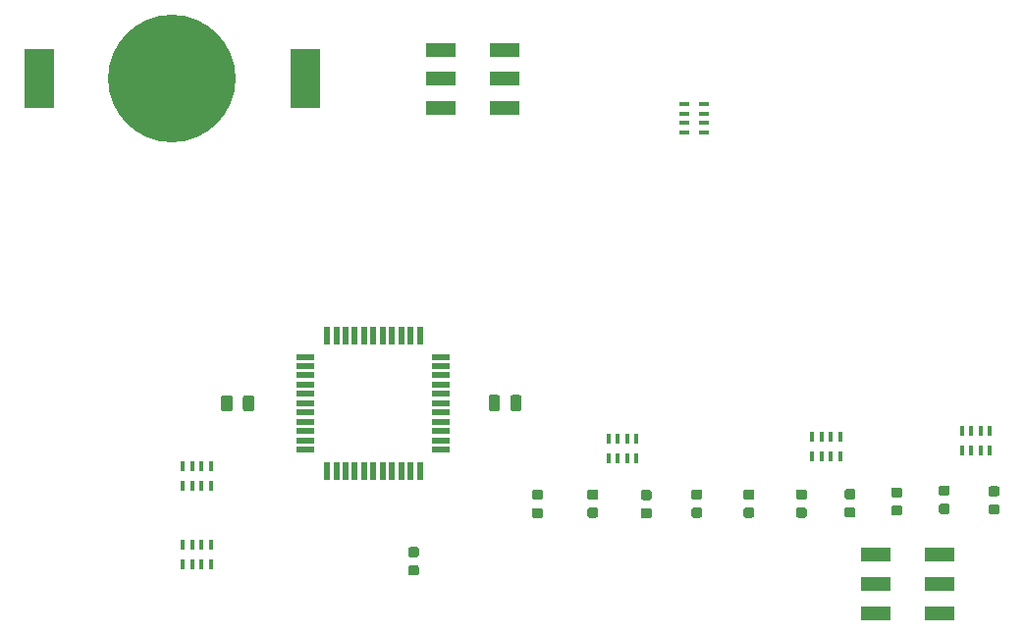
<source format=gbr>
G04 #@! TF.GenerationSoftware,KiCad,Pcbnew,(5.1.5)-3*
G04 #@! TF.CreationDate,2020-07-03T21:50:41-07:00*
G04 #@! TF.ProjectId,pic18f_DB_Ethernet,70696331-3866-45f4-9442-5f4574686572,rev?*
G04 #@! TF.SameCoordinates,Original*
G04 #@! TF.FileFunction,Paste,Top*
G04 #@! TF.FilePolarity,Positive*
%FSLAX46Y46*%
G04 Gerber Fmt 4.6, Leading zero omitted, Abs format (unit mm)*
G04 Created by KiCad (PCBNEW (5.1.5)-3) date 2020-07-03 21:50:41*
%MOMM*%
%LPD*%
G04 APERTURE LIST*
%ADD10C,0.100000*%
%ADD11R,0.400000X0.900000*%
%ADD12R,1.600000X0.560000*%
%ADD13R,0.560000X1.600000*%
%ADD14C,11.000000*%
%ADD15R,2.500000X5.100000*%
%ADD16R,2.500000X1.200000*%
%ADD17R,0.900000X0.400000*%
G04 APERTURE END LIST*
D10*
G36*
X151651642Y-125056574D02*
G01*
X151675303Y-125060084D01*
X151698507Y-125065896D01*
X151721029Y-125073954D01*
X151742653Y-125084182D01*
X151763170Y-125096479D01*
X151782383Y-125110729D01*
X151800107Y-125126793D01*
X151816171Y-125144517D01*
X151830421Y-125163730D01*
X151842718Y-125184247D01*
X151852946Y-125205871D01*
X151861004Y-125228393D01*
X151866816Y-125251597D01*
X151870326Y-125275258D01*
X151871500Y-125299150D01*
X151871500Y-126211650D01*
X151870326Y-126235542D01*
X151866816Y-126259203D01*
X151861004Y-126282407D01*
X151852946Y-126304929D01*
X151842718Y-126326553D01*
X151830421Y-126347070D01*
X151816171Y-126366283D01*
X151800107Y-126384007D01*
X151782383Y-126400071D01*
X151763170Y-126414321D01*
X151742653Y-126426618D01*
X151721029Y-126436846D01*
X151698507Y-126444904D01*
X151675303Y-126450716D01*
X151651642Y-126454226D01*
X151627750Y-126455400D01*
X151140250Y-126455400D01*
X151116358Y-126454226D01*
X151092697Y-126450716D01*
X151069493Y-126444904D01*
X151046971Y-126436846D01*
X151025347Y-126426618D01*
X151004830Y-126414321D01*
X150985617Y-126400071D01*
X150967893Y-126384007D01*
X150951829Y-126366283D01*
X150937579Y-126347070D01*
X150925282Y-126326553D01*
X150915054Y-126304929D01*
X150906996Y-126282407D01*
X150901184Y-126259203D01*
X150897674Y-126235542D01*
X150896500Y-126211650D01*
X150896500Y-125299150D01*
X150897674Y-125275258D01*
X150901184Y-125251597D01*
X150906996Y-125228393D01*
X150915054Y-125205871D01*
X150925282Y-125184247D01*
X150937579Y-125163730D01*
X150951829Y-125144517D01*
X150967893Y-125126793D01*
X150985617Y-125110729D01*
X151004830Y-125096479D01*
X151025347Y-125084182D01*
X151046971Y-125073954D01*
X151069493Y-125065896D01*
X151092697Y-125060084D01*
X151116358Y-125056574D01*
X151140250Y-125055400D01*
X151627750Y-125055400D01*
X151651642Y-125056574D01*
G37*
G36*
X153526642Y-125056574D02*
G01*
X153550303Y-125060084D01*
X153573507Y-125065896D01*
X153596029Y-125073954D01*
X153617653Y-125084182D01*
X153638170Y-125096479D01*
X153657383Y-125110729D01*
X153675107Y-125126793D01*
X153691171Y-125144517D01*
X153705421Y-125163730D01*
X153717718Y-125184247D01*
X153727946Y-125205871D01*
X153736004Y-125228393D01*
X153741816Y-125251597D01*
X153745326Y-125275258D01*
X153746500Y-125299150D01*
X153746500Y-126211650D01*
X153745326Y-126235542D01*
X153741816Y-126259203D01*
X153736004Y-126282407D01*
X153727946Y-126304929D01*
X153717718Y-126326553D01*
X153705421Y-126347070D01*
X153691171Y-126366283D01*
X153675107Y-126384007D01*
X153657383Y-126400071D01*
X153638170Y-126414321D01*
X153617653Y-126426618D01*
X153596029Y-126436846D01*
X153573507Y-126444904D01*
X153550303Y-126450716D01*
X153526642Y-126454226D01*
X153502750Y-126455400D01*
X153015250Y-126455400D01*
X152991358Y-126454226D01*
X152967697Y-126450716D01*
X152944493Y-126444904D01*
X152921971Y-126436846D01*
X152900347Y-126426618D01*
X152879830Y-126414321D01*
X152860617Y-126400071D01*
X152842893Y-126384007D01*
X152826829Y-126366283D01*
X152812579Y-126347070D01*
X152800282Y-126326553D01*
X152790054Y-126304929D01*
X152781996Y-126282407D01*
X152776184Y-126259203D01*
X152772674Y-126235542D01*
X152771500Y-126211650D01*
X152771500Y-125299150D01*
X152772674Y-125275258D01*
X152776184Y-125251597D01*
X152781996Y-125228393D01*
X152790054Y-125205871D01*
X152800282Y-125184247D01*
X152812579Y-125163730D01*
X152826829Y-125144517D01*
X152842893Y-125126793D01*
X152860617Y-125110729D01*
X152879830Y-125096479D01*
X152900347Y-125084182D01*
X152921971Y-125073954D01*
X152944493Y-125065896D01*
X152967697Y-125060084D01*
X152991358Y-125056574D01*
X153015250Y-125055400D01*
X153502750Y-125055400D01*
X153526642Y-125056574D01*
G37*
G36*
X130468042Y-125081974D02*
G01*
X130491703Y-125085484D01*
X130514907Y-125091296D01*
X130537429Y-125099354D01*
X130559053Y-125109582D01*
X130579570Y-125121879D01*
X130598783Y-125136129D01*
X130616507Y-125152193D01*
X130632571Y-125169917D01*
X130646821Y-125189130D01*
X130659118Y-125209647D01*
X130669346Y-125231271D01*
X130677404Y-125253793D01*
X130683216Y-125276997D01*
X130686726Y-125300658D01*
X130687900Y-125324550D01*
X130687900Y-126237050D01*
X130686726Y-126260942D01*
X130683216Y-126284603D01*
X130677404Y-126307807D01*
X130669346Y-126330329D01*
X130659118Y-126351953D01*
X130646821Y-126372470D01*
X130632571Y-126391683D01*
X130616507Y-126409407D01*
X130598783Y-126425471D01*
X130579570Y-126439721D01*
X130559053Y-126452018D01*
X130537429Y-126462246D01*
X130514907Y-126470304D01*
X130491703Y-126476116D01*
X130468042Y-126479626D01*
X130444150Y-126480800D01*
X129956650Y-126480800D01*
X129932758Y-126479626D01*
X129909097Y-126476116D01*
X129885893Y-126470304D01*
X129863371Y-126462246D01*
X129841747Y-126452018D01*
X129821230Y-126439721D01*
X129802017Y-126425471D01*
X129784293Y-126409407D01*
X129768229Y-126391683D01*
X129753979Y-126372470D01*
X129741682Y-126351953D01*
X129731454Y-126330329D01*
X129723396Y-126307807D01*
X129717584Y-126284603D01*
X129714074Y-126260942D01*
X129712900Y-126237050D01*
X129712900Y-125324550D01*
X129714074Y-125300658D01*
X129717584Y-125276997D01*
X129723396Y-125253793D01*
X129731454Y-125231271D01*
X129741682Y-125209647D01*
X129753979Y-125189130D01*
X129768229Y-125169917D01*
X129784293Y-125152193D01*
X129802017Y-125136129D01*
X129821230Y-125121879D01*
X129841747Y-125109582D01*
X129863371Y-125099354D01*
X129885893Y-125091296D01*
X129909097Y-125085484D01*
X129932758Y-125081974D01*
X129956650Y-125080800D01*
X130444150Y-125080800D01*
X130468042Y-125081974D01*
G37*
G36*
X128593042Y-125081974D02*
G01*
X128616703Y-125085484D01*
X128639907Y-125091296D01*
X128662429Y-125099354D01*
X128684053Y-125109582D01*
X128704570Y-125121879D01*
X128723783Y-125136129D01*
X128741507Y-125152193D01*
X128757571Y-125169917D01*
X128771821Y-125189130D01*
X128784118Y-125209647D01*
X128794346Y-125231271D01*
X128802404Y-125253793D01*
X128808216Y-125276997D01*
X128811726Y-125300658D01*
X128812900Y-125324550D01*
X128812900Y-126237050D01*
X128811726Y-126260942D01*
X128808216Y-126284603D01*
X128802404Y-126307807D01*
X128794346Y-126330329D01*
X128784118Y-126351953D01*
X128771821Y-126372470D01*
X128757571Y-126391683D01*
X128741507Y-126409407D01*
X128723783Y-126425471D01*
X128704570Y-126439721D01*
X128684053Y-126452018D01*
X128662429Y-126462246D01*
X128639907Y-126470304D01*
X128616703Y-126476116D01*
X128593042Y-126479626D01*
X128569150Y-126480800D01*
X128081650Y-126480800D01*
X128057758Y-126479626D01*
X128034097Y-126476116D01*
X128010893Y-126470304D01*
X127988371Y-126462246D01*
X127966747Y-126452018D01*
X127946230Y-126439721D01*
X127927017Y-126425471D01*
X127909293Y-126409407D01*
X127893229Y-126391683D01*
X127878979Y-126372470D01*
X127866682Y-126351953D01*
X127856454Y-126330329D01*
X127848396Y-126307807D01*
X127842584Y-126284603D01*
X127839074Y-126260942D01*
X127837900Y-126237050D01*
X127837900Y-125324550D01*
X127839074Y-125300658D01*
X127842584Y-125276997D01*
X127848396Y-125253793D01*
X127856454Y-125231271D01*
X127866682Y-125209647D01*
X127878979Y-125189130D01*
X127893229Y-125169917D01*
X127909293Y-125152193D01*
X127927017Y-125136129D01*
X127946230Y-125121879D01*
X127966747Y-125109582D01*
X127988371Y-125099354D01*
X128010893Y-125091296D01*
X128034097Y-125085484D01*
X128057758Y-125081974D01*
X128081650Y-125080800D01*
X128569150Y-125080800D01*
X128593042Y-125081974D01*
G37*
G36*
X155395491Y-133243653D02*
G01*
X155416726Y-133246803D01*
X155437550Y-133252019D01*
X155457762Y-133259251D01*
X155477168Y-133268430D01*
X155495581Y-133279466D01*
X155512824Y-133292254D01*
X155528730Y-133306670D01*
X155543146Y-133322576D01*
X155555934Y-133339819D01*
X155566970Y-133358232D01*
X155576149Y-133377638D01*
X155583381Y-133397850D01*
X155588597Y-133418674D01*
X155591747Y-133439909D01*
X155592800Y-133461350D01*
X155592800Y-133898850D01*
X155591747Y-133920291D01*
X155588597Y-133941526D01*
X155583381Y-133962350D01*
X155576149Y-133982562D01*
X155566970Y-134001968D01*
X155555934Y-134020381D01*
X155543146Y-134037624D01*
X155528730Y-134053530D01*
X155512824Y-134067946D01*
X155495581Y-134080734D01*
X155477168Y-134091770D01*
X155457762Y-134100949D01*
X155437550Y-134108181D01*
X155416726Y-134113397D01*
X155395491Y-134116547D01*
X155374050Y-134117600D01*
X154861550Y-134117600D01*
X154840109Y-134116547D01*
X154818874Y-134113397D01*
X154798050Y-134108181D01*
X154777838Y-134100949D01*
X154758432Y-134091770D01*
X154740019Y-134080734D01*
X154722776Y-134067946D01*
X154706870Y-134053530D01*
X154692454Y-134037624D01*
X154679666Y-134020381D01*
X154668630Y-134001968D01*
X154659451Y-133982562D01*
X154652219Y-133962350D01*
X154647003Y-133941526D01*
X154643853Y-133920291D01*
X154642800Y-133898850D01*
X154642800Y-133461350D01*
X154643853Y-133439909D01*
X154647003Y-133418674D01*
X154652219Y-133397850D01*
X154659451Y-133377638D01*
X154668630Y-133358232D01*
X154679666Y-133339819D01*
X154692454Y-133322576D01*
X154706870Y-133306670D01*
X154722776Y-133292254D01*
X154740019Y-133279466D01*
X154758432Y-133268430D01*
X154777838Y-133259251D01*
X154798050Y-133252019D01*
X154818874Y-133246803D01*
X154840109Y-133243653D01*
X154861550Y-133242600D01*
X155374050Y-133242600D01*
X155395491Y-133243653D01*
G37*
G36*
X155395491Y-134818653D02*
G01*
X155416726Y-134821803D01*
X155437550Y-134827019D01*
X155457762Y-134834251D01*
X155477168Y-134843430D01*
X155495581Y-134854466D01*
X155512824Y-134867254D01*
X155528730Y-134881670D01*
X155543146Y-134897576D01*
X155555934Y-134914819D01*
X155566970Y-134933232D01*
X155576149Y-134952638D01*
X155583381Y-134972850D01*
X155588597Y-134993674D01*
X155591747Y-135014909D01*
X155592800Y-135036350D01*
X155592800Y-135473850D01*
X155591747Y-135495291D01*
X155588597Y-135516526D01*
X155583381Y-135537350D01*
X155576149Y-135557562D01*
X155566970Y-135576968D01*
X155555934Y-135595381D01*
X155543146Y-135612624D01*
X155528730Y-135628530D01*
X155512824Y-135642946D01*
X155495581Y-135655734D01*
X155477168Y-135666770D01*
X155457762Y-135675949D01*
X155437550Y-135683181D01*
X155416726Y-135688397D01*
X155395491Y-135691547D01*
X155374050Y-135692600D01*
X154861550Y-135692600D01*
X154840109Y-135691547D01*
X154818874Y-135688397D01*
X154798050Y-135683181D01*
X154777838Y-135675949D01*
X154758432Y-135666770D01*
X154740019Y-135655734D01*
X154722776Y-135642946D01*
X154706870Y-135628530D01*
X154692454Y-135612624D01*
X154679666Y-135595381D01*
X154668630Y-135576968D01*
X154659451Y-135557562D01*
X154652219Y-135537350D01*
X154647003Y-135516526D01*
X154643853Y-135495291D01*
X154642800Y-135473850D01*
X154642800Y-135036350D01*
X154643853Y-135014909D01*
X154647003Y-134993674D01*
X154652219Y-134972850D01*
X154659451Y-134952638D01*
X154668630Y-134933232D01*
X154679666Y-134914819D01*
X154692454Y-134897576D01*
X154706870Y-134881670D01*
X154722776Y-134867254D01*
X154740019Y-134854466D01*
X154758432Y-134843430D01*
X154777838Y-134834251D01*
X154798050Y-134827019D01*
X154818874Y-134821803D01*
X154840109Y-134818653D01*
X154861550Y-134817600D01*
X155374050Y-134817600D01*
X155395491Y-134818653D01*
G37*
G36*
X160170691Y-134793153D02*
G01*
X160191926Y-134796303D01*
X160212750Y-134801519D01*
X160232962Y-134808751D01*
X160252368Y-134817930D01*
X160270781Y-134828966D01*
X160288024Y-134841754D01*
X160303930Y-134856170D01*
X160318346Y-134872076D01*
X160331134Y-134889319D01*
X160342170Y-134907732D01*
X160351349Y-134927138D01*
X160358581Y-134947350D01*
X160363797Y-134968174D01*
X160366947Y-134989409D01*
X160368000Y-135010850D01*
X160368000Y-135448350D01*
X160366947Y-135469791D01*
X160363797Y-135491026D01*
X160358581Y-135511850D01*
X160351349Y-135532062D01*
X160342170Y-135551468D01*
X160331134Y-135569881D01*
X160318346Y-135587124D01*
X160303930Y-135603030D01*
X160288024Y-135617446D01*
X160270781Y-135630234D01*
X160252368Y-135641270D01*
X160232962Y-135650449D01*
X160212750Y-135657681D01*
X160191926Y-135662897D01*
X160170691Y-135666047D01*
X160149250Y-135667100D01*
X159636750Y-135667100D01*
X159615309Y-135666047D01*
X159594074Y-135662897D01*
X159573250Y-135657681D01*
X159553038Y-135650449D01*
X159533632Y-135641270D01*
X159515219Y-135630234D01*
X159497976Y-135617446D01*
X159482070Y-135603030D01*
X159467654Y-135587124D01*
X159454866Y-135569881D01*
X159443830Y-135551468D01*
X159434651Y-135532062D01*
X159427419Y-135511850D01*
X159422203Y-135491026D01*
X159419053Y-135469791D01*
X159418000Y-135448350D01*
X159418000Y-135010850D01*
X159419053Y-134989409D01*
X159422203Y-134968174D01*
X159427419Y-134947350D01*
X159434651Y-134927138D01*
X159443830Y-134907732D01*
X159454866Y-134889319D01*
X159467654Y-134872076D01*
X159482070Y-134856170D01*
X159497976Y-134841754D01*
X159515219Y-134828966D01*
X159533632Y-134817930D01*
X159553038Y-134808751D01*
X159573250Y-134801519D01*
X159594074Y-134796303D01*
X159615309Y-134793153D01*
X159636750Y-134792100D01*
X160149250Y-134792100D01*
X160170691Y-134793153D01*
G37*
G36*
X160170691Y-133218153D02*
G01*
X160191926Y-133221303D01*
X160212750Y-133226519D01*
X160232962Y-133233751D01*
X160252368Y-133242930D01*
X160270781Y-133253966D01*
X160288024Y-133266754D01*
X160303930Y-133281170D01*
X160318346Y-133297076D01*
X160331134Y-133314319D01*
X160342170Y-133332732D01*
X160351349Y-133352138D01*
X160358581Y-133372350D01*
X160363797Y-133393174D01*
X160366947Y-133414409D01*
X160368000Y-133435850D01*
X160368000Y-133873350D01*
X160366947Y-133894791D01*
X160363797Y-133916026D01*
X160358581Y-133936850D01*
X160351349Y-133957062D01*
X160342170Y-133976468D01*
X160331134Y-133994881D01*
X160318346Y-134012124D01*
X160303930Y-134028030D01*
X160288024Y-134042446D01*
X160270781Y-134055234D01*
X160252368Y-134066270D01*
X160232962Y-134075449D01*
X160212750Y-134082681D01*
X160191926Y-134087897D01*
X160170691Y-134091047D01*
X160149250Y-134092100D01*
X159636750Y-134092100D01*
X159615309Y-134091047D01*
X159594074Y-134087897D01*
X159573250Y-134082681D01*
X159553038Y-134075449D01*
X159533632Y-134066270D01*
X159515219Y-134055234D01*
X159497976Y-134042446D01*
X159482070Y-134028030D01*
X159467654Y-134012124D01*
X159454866Y-133994881D01*
X159443830Y-133976468D01*
X159434651Y-133957062D01*
X159427419Y-133936850D01*
X159422203Y-133916026D01*
X159419053Y-133894791D01*
X159418000Y-133873350D01*
X159418000Y-133435850D01*
X159419053Y-133414409D01*
X159422203Y-133393174D01*
X159427419Y-133372350D01*
X159434651Y-133352138D01*
X159443830Y-133332732D01*
X159454866Y-133314319D01*
X159467654Y-133297076D01*
X159482070Y-133281170D01*
X159497976Y-133266754D01*
X159515219Y-133253966D01*
X159533632Y-133242930D01*
X159553038Y-133233751D01*
X159573250Y-133226519D01*
X159594074Y-133221303D01*
X159615309Y-133218153D01*
X159636750Y-133217100D01*
X160149250Y-133217100D01*
X160170691Y-133218153D01*
G37*
G36*
X164768091Y-133269053D02*
G01*
X164789326Y-133272203D01*
X164810150Y-133277419D01*
X164830362Y-133284651D01*
X164849768Y-133293830D01*
X164868181Y-133304866D01*
X164885424Y-133317654D01*
X164901330Y-133332070D01*
X164915746Y-133347976D01*
X164928534Y-133365219D01*
X164939570Y-133383632D01*
X164948749Y-133403038D01*
X164955981Y-133423250D01*
X164961197Y-133444074D01*
X164964347Y-133465309D01*
X164965400Y-133486750D01*
X164965400Y-133924250D01*
X164964347Y-133945691D01*
X164961197Y-133966926D01*
X164955981Y-133987750D01*
X164948749Y-134007962D01*
X164939570Y-134027368D01*
X164928534Y-134045781D01*
X164915746Y-134063024D01*
X164901330Y-134078930D01*
X164885424Y-134093346D01*
X164868181Y-134106134D01*
X164849768Y-134117170D01*
X164830362Y-134126349D01*
X164810150Y-134133581D01*
X164789326Y-134138797D01*
X164768091Y-134141947D01*
X164746650Y-134143000D01*
X164234150Y-134143000D01*
X164212709Y-134141947D01*
X164191474Y-134138797D01*
X164170650Y-134133581D01*
X164150438Y-134126349D01*
X164131032Y-134117170D01*
X164112619Y-134106134D01*
X164095376Y-134093346D01*
X164079470Y-134078930D01*
X164065054Y-134063024D01*
X164052266Y-134045781D01*
X164041230Y-134027368D01*
X164032051Y-134007962D01*
X164024819Y-133987750D01*
X164019603Y-133966926D01*
X164016453Y-133945691D01*
X164015400Y-133924250D01*
X164015400Y-133486750D01*
X164016453Y-133465309D01*
X164019603Y-133444074D01*
X164024819Y-133423250D01*
X164032051Y-133403038D01*
X164041230Y-133383632D01*
X164052266Y-133365219D01*
X164065054Y-133347976D01*
X164079470Y-133332070D01*
X164095376Y-133317654D01*
X164112619Y-133304866D01*
X164131032Y-133293830D01*
X164150438Y-133284651D01*
X164170650Y-133277419D01*
X164191474Y-133272203D01*
X164212709Y-133269053D01*
X164234150Y-133268000D01*
X164746650Y-133268000D01*
X164768091Y-133269053D01*
G37*
G36*
X164768091Y-134844053D02*
G01*
X164789326Y-134847203D01*
X164810150Y-134852419D01*
X164830362Y-134859651D01*
X164849768Y-134868830D01*
X164868181Y-134879866D01*
X164885424Y-134892654D01*
X164901330Y-134907070D01*
X164915746Y-134922976D01*
X164928534Y-134940219D01*
X164939570Y-134958632D01*
X164948749Y-134978038D01*
X164955981Y-134998250D01*
X164961197Y-135019074D01*
X164964347Y-135040309D01*
X164965400Y-135061750D01*
X164965400Y-135499250D01*
X164964347Y-135520691D01*
X164961197Y-135541926D01*
X164955981Y-135562750D01*
X164948749Y-135582962D01*
X164939570Y-135602368D01*
X164928534Y-135620781D01*
X164915746Y-135638024D01*
X164901330Y-135653930D01*
X164885424Y-135668346D01*
X164868181Y-135681134D01*
X164849768Y-135692170D01*
X164830362Y-135701349D01*
X164810150Y-135708581D01*
X164789326Y-135713797D01*
X164768091Y-135716947D01*
X164746650Y-135718000D01*
X164234150Y-135718000D01*
X164212709Y-135716947D01*
X164191474Y-135713797D01*
X164170650Y-135708581D01*
X164150438Y-135701349D01*
X164131032Y-135692170D01*
X164112619Y-135681134D01*
X164095376Y-135668346D01*
X164079470Y-135653930D01*
X164065054Y-135638024D01*
X164052266Y-135620781D01*
X164041230Y-135602368D01*
X164032051Y-135582962D01*
X164024819Y-135562750D01*
X164019603Y-135541926D01*
X164016453Y-135520691D01*
X164015400Y-135499250D01*
X164015400Y-135061750D01*
X164016453Y-135040309D01*
X164019603Y-135019074D01*
X164024819Y-134998250D01*
X164032051Y-134978038D01*
X164041230Y-134958632D01*
X164052266Y-134940219D01*
X164065054Y-134922976D01*
X164079470Y-134907070D01*
X164095376Y-134892654D01*
X164112619Y-134879866D01*
X164131032Y-134868830D01*
X164150438Y-134859651D01*
X164170650Y-134852419D01*
X164191474Y-134847203D01*
X164212709Y-134844053D01*
X164234150Y-134843000D01*
X164746650Y-134843000D01*
X164768091Y-134844053D01*
G37*
G36*
X169136891Y-134793253D02*
G01*
X169158126Y-134796403D01*
X169178950Y-134801619D01*
X169199162Y-134808851D01*
X169218568Y-134818030D01*
X169236981Y-134829066D01*
X169254224Y-134841854D01*
X169270130Y-134856270D01*
X169284546Y-134872176D01*
X169297334Y-134889419D01*
X169308370Y-134907832D01*
X169317549Y-134927238D01*
X169324781Y-134947450D01*
X169329997Y-134968274D01*
X169333147Y-134989509D01*
X169334200Y-135010950D01*
X169334200Y-135448450D01*
X169333147Y-135469891D01*
X169329997Y-135491126D01*
X169324781Y-135511950D01*
X169317549Y-135532162D01*
X169308370Y-135551568D01*
X169297334Y-135569981D01*
X169284546Y-135587224D01*
X169270130Y-135603130D01*
X169254224Y-135617546D01*
X169236981Y-135630334D01*
X169218568Y-135641370D01*
X169199162Y-135650549D01*
X169178950Y-135657781D01*
X169158126Y-135662997D01*
X169136891Y-135666147D01*
X169115450Y-135667200D01*
X168602950Y-135667200D01*
X168581509Y-135666147D01*
X168560274Y-135662997D01*
X168539450Y-135657781D01*
X168519238Y-135650549D01*
X168499832Y-135641370D01*
X168481419Y-135630334D01*
X168464176Y-135617546D01*
X168448270Y-135603130D01*
X168433854Y-135587224D01*
X168421066Y-135569981D01*
X168410030Y-135551568D01*
X168400851Y-135532162D01*
X168393619Y-135511950D01*
X168388403Y-135491126D01*
X168385253Y-135469891D01*
X168384200Y-135448450D01*
X168384200Y-135010950D01*
X168385253Y-134989509D01*
X168388403Y-134968274D01*
X168393619Y-134947450D01*
X168400851Y-134927238D01*
X168410030Y-134907832D01*
X168421066Y-134889419D01*
X168433854Y-134872176D01*
X168448270Y-134856270D01*
X168464176Y-134841854D01*
X168481419Y-134829066D01*
X168499832Y-134818030D01*
X168519238Y-134808851D01*
X168539450Y-134801619D01*
X168560274Y-134796403D01*
X168581509Y-134793253D01*
X168602950Y-134792200D01*
X169115450Y-134792200D01*
X169136891Y-134793253D01*
G37*
G36*
X169136891Y-133218253D02*
G01*
X169158126Y-133221403D01*
X169178950Y-133226619D01*
X169199162Y-133233851D01*
X169218568Y-133243030D01*
X169236981Y-133254066D01*
X169254224Y-133266854D01*
X169270130Y-133281270D01*
X169284546Y-133297176D01*
X169297334Y-133314419D01*
X169308370Y-133332832D01*
X169317549Y-133352238D01*
X169324781Y-133372450D01*
X169329997Y-133393274D01*
X169333147Y-133414509D01*
X169334200Y-133435950D01*
X169334200Y-133873450D01*
X169333147Y-133894891D01*
X169329997Y-133916126D01*
X169324781Y-133936950D01*
X169317549Y-133957162D01*
X169308370Y-133976568D01*
X169297334Y-133994981D01*
X169284546Y-134012224D01*
X169270130Y-134028130D01*
X169254224Y-134042546D01*
X169236981Y-134055334D01*
X169218568Y-134066370D01*
X169199162Y-134075549D01*
X169178950Y-134082781D01*
X169158126Y-134087997D01*
X169136891Y-134091147D01*
X169115450Y-134092200D01*
X168602950Y-134092200D01*
X168581509Y-134091147D01*
X168560274Y-134087997D01*
X168539450Y-134082781D01*
X168519238Y-134075549D01*
X168499832Y-134066370D01*
X168481419Y-134055334D01*
X168464176Y-134042546D01*
X168448270Y-134028130D01*
X168433854Y-134012224D01*
X168421066Y-133994981D01*
X168410030Y-133976568D01*
X168400851Y-133957162D01*
X168393619Y-133936950D01*
X168388403Y-133916126D01*
X168385253Y-133894891D01*
X168384200Y-133873450D01*
X168384200Y-133435950D01*
X168385253Y-133414509D01*
X168388403Y-133393274D01*
X168393619Y-133372450D01*
X168400851Y-133352238D01*
X168410030Y-133332832D01*
X168421066Y-133314419D01*
X168433854Y-133297176D01*
X168448270Y-133281270D01*
X168464176Y-133266854D01*
X168481419Y-133254066D01*
X168499832Y-133243030D01*
X168519238Y-133233851D01*
X168539450Y-133226619D01*
X168560274Y-133221403D01*
X168581509Y-133218253D01*
X168602950Y-133217200D01*
X169115450Y-133217200D01*
X169136891Y-133218253D01*
G37*
G36*
X173632691Y-133218153D02*
G01*
X173653926Y-133221303D01*
X173674750Y-133226519D01*
X173694962Y-133233751D01*
X173714368Y-133242930D01*
X173732781Y-133253966D01*
X173750024Y-133266754D01*
X173765930Y-133281170D01*
X173780346Y-133297076D01*
X173793134Y-133314319D01*
X173804170Y-133332732D01*
X173813349Y-133352138D01*
X173820581Y-133372350D01*
X173825797Y-133393174D01*
X173828947Y-133414409D01*
X173830000Y-133435850D01*
X173830000Y-133873350D01*
X173828947Y-133894791D01*
X173825797Y-133916026D01*
X173820581Y-133936850D01*
X173813349Y-133957062D01*
X173804170Y-133976468D01*
X173793134Y-133994881D01*
X173780346Y-134012124D01*
X173765930Y-134028030D01*
X173750024Y-134042446D01*
X173732781Y-134055234D01*
X173714368Y-134066270D01*
X173694962Y-134075449D01*
X173674750Y-134082681D01*
X173653926Y-134087897D01*
X173632691Y-134091047D01*
X173611250Y-134092100D01*
X173098750Y-134092100D01*
X173077309Y-134091047D01*
X173056074Y-134087897D01*
X173035250Y-134082681D01*
X173015038Y-134075449D01*
X172995632Y-134066270D01*
X172977219Y-134055234D01*
X172959976Y-134042446D01*
X172944070Y-134028030D01*
X172929654Y-134012124D01*
X172916866Y-133994881D01*
X172905830Y-133976468D01*
X172896651Y-133957062D01*
X172889419Y-133936850D01*
X172884203Y-133916026D01*
X172881053Y-133894791D01*
X172880000Y-133873350D01*
X172880000Y-133435850D01*
X172881053Y-133414409D01*
X172884203Y-133393174D01*
X172889419Y-133372350D01*
X172896651Y-133352138D01*
X172905830Y-133332732D01*
X172916866Y-133314319D01*
X172929654Y-133297076D01*
X172944070Y-133281170D01*
X172959976Y-133266754D01*
X172977219Y-133253966D01*
X172995632Y-133242930D01*
X173015038Y-133233751D01*
X173035250Y-133226519D01*
X173056074Y-133221303D01*
X173077309Y-133218153D01*
X173098750Y-133217100D01*
X173611250Y-133217100D01*
X173632691Y-133218153D01*
G37*
G36*
X173632691Y-134793153D02*
G01*
X173653926Y-134796303D01*
X173674750Y-134801519D01*
X173694962Y-134808751D01*
X173714368Y-134817930D01*
X173732781Y-134828966D01*
X173750024Y-134841754D01*
X173765930Y-134856170D01*
X173780346Y-134872076D01*
X173793134Y-134889319D01*
X173804170Y-134907732D01*
X173813349Y-134927138D01*
X173820581Y-134947350D01*
X173825797Y-134968174D01*
X173828947Y-134989409D01*
X173830000Y-135010850D01*
X173830000Y-135448350D01*
X173828947Y-135469791D01*
X173825797Y-135491026D01*
X173820581Y-135511850D01*
X173813349Y-135532062D01*
X173804170Y-135551468D01*
X173793134Y-135569881D01*
X173780346Y-135587124D01*
X173765930Y-135603030D01*
X173750024Y-135617446D01*
X173732781Y-135630234D01*
X173714368Y-135641270D01*
X173694962Y-135650449D01*
X173674750Y-135657681D01*
X173653926Y-135662897D01*
X173632691Y-135666047D01*
X173611250Y-135667100D01*
X173098750Y-135667100D01*
X173077309Y-135666047D01*
X173056074Y-135662897D01*
X173035250Y-135657681D01*
X173015038Y-135650449D01*
X172995632Y-135641270D01*
X172977219Y-135630234D01*
X172959976Y-135617446D01*
X172944070Y-135603030D01*
X172929654Y-135587124D01*
X172916866Y-135569881D01*
X172905830Y-135551468D01*
X172896651Y-135532062D01*
X172889419Y-135511850D01*
X172884203Y-135491026D01*
X172881053Y-135469791D01*
X172880000Y-135448350D01*
X172880000Y-135010850D01*
X172881053Y-134989409D01*
X172884203Y-134968174D01*
X172889419Y-134947350D01*
X172896651Y-134927138D01*
X172905830Y-134907732D01*
X172916866Y-134889319D01*
X172929654Y-134872076D01*
X172944070Y-134856170D01*
X172959976Y-134841754D01*
X172977219Y-134828966D01*
X172995632Y-134817930D01*
X173015038Y-134808751D01*
X173035250Y-134801519D01*
X173056074Y-134796303D01*
X173077309Y-134793153D01*
X173098750Y-134792100D01*
X173611250Y-134792100D01*
X173632691Y-134793153D01*
G37*
G36*
X178153891Y-133218353D02*
G01*
X178175126Y-133221503D01*
X178195950Y-133226719D01*
X178216162Y-133233951D01*
X178235568Y-133243130D01*
X178253981Y-133254166D01*
X178271224Y-133266954D01*
X178287130Y-133281370D01*
X178301546Y-133297276D01*
X178314334Y-133314519D01*
X178325370Y-133332932D01*
X178334549Y-133352338D01*
X178341781Y-133372550D01*
X178346997Y-133393374D01*
X178350147Y-133414609D01*
X178351200Y-133436050D01*
X178351200Y-133873550D01*
X178350147Y-133894991D01*
X178346997Y-133916226D01*
X178341781Y-133937050D01*
X178334549Y-133957262D01*
X178325370Y-133976668D01*
X178314334Y-133995081D01*
X178301546Y-134012324D01*
X178287130Y-134028230D01*
X178271224Y-134042646D01*
X178253981Y-134055434D01*
X178235568Y-134066470D01*
X178216162Y-134075649D01*
X178195950Y-134082881D01*
X178175126Y-134088097D01*
X178153891Y-134091247D01*
X178132450Y-134092300D01*
X177619950Y-134092300D01*
X177598509Y-134091247D01*
X177577274Y-134088097D01*
X177556450Y-134082881D01*
X177536238Y-134075649D01*
X177516832Y-134066470D01*
X177498419Y-134055434D01*
X177481176Y-134042646D01*
X177465270Y-134028230D01*
X177450854Y-134012324D01*
X177438066Y-133995081D01*
X177427030Y-133976668D01*
X177417851Y-133957262D01*
X177410619Y-133937050D01*
X177405403Y-133916226D01*
X177402253Y-133894991D01*
X177401200Y-133873550D01*
X177401200Y-133436050D01*
X177402253Y-133414609D01*
X177405403Y-133393374D01*
X177410619Y-133372550D01*
X177417851Y-133352338D01*
X177427030Y-133332932D01*
X177438066Y-133314519D01*
X177450854Y-133297276D01*
X177465270Y-133281370D01*
X177481176Y-133266954D01*
X177498419Y-133254166D01*
X177516832Y-133243130D01*
X177536238Y-133233951D01*
X177556450Y-133226719D01*
X177577274Y-133221503D01*
X177598509Y-133218353D01*
X177619950Y-133217300D01*
X178132450Y-133217300D01*
X178153891Y-133218353D01*
G37*
G36*
X178153891Y-134793353D02*
G01*
X178175126Y-134796503D01*
X178195950Y-134801719D01*
X178216162Y-134808951D01*
X178235568Y-134818130D01*
X178253981Y-134829166D01*
X178271224Y-134841954D01*
X178287130Y-134856370D01*
X178301546Y-134872276D01*
X178314334Y-134889519D01*
X178325370Y-134907932D01*
X178334549Y-134927338D01*
X178341781Y-134947550D01*
X178346997Y-134968374D01*
X178350147Y-134989609D01*
X178351200Y-135011050D01*
X178351200Y-135448550D01*
X178350147Y-135469991D01*
X178346997Y-135491226D01*
X178341781Y-135512050D01*
X178334549Y-135532262D01*
X178325370Y-135551668D01*
X178314334Y-135570081D01*
X178301546Y-135587324D01*
X178287130Y-135603230D01*
X178271224Y-135617646D01*
X178253981Y-135630434D01*
X178235568Y-135641470D01*
X178216162Y-135650649D01*
X178195950Y-135657881D01*
X178175126Y-135663097D01*
X178153891Y-135666247D01*
X178132450Y-135667300D01*
X177619950Y-135667300D01*
X177598509Y-135666247D01*
X177577274Y-135663097D01*
X177556450Y-135657881D01*
X177536238Y-135650649D01*
X177516832Y-135641470D01*
X177498419Y-135630434D01*
X177481176Y-135617646D01*
X177465270Y-135603230D01*
X177450854Y-135587324D01*
X177438066Y-135570081D01*
X177427030Y-135551668D01*
X177417851Y-135532262D01*
X177410619Y-135512050D01*
X177405403Y-135491226D01*
X177402253Y-135469991D01*
X177401200Y-135448550D01*
X177401200Y-135011050D01*
X177402253Y-134989609D01*
X177405403Y-134968374D01*
X177410619Y-134947550D01*
X177417851Y-134927338D01*
X177427030Y-134907932D01*
X177438066Y-134889519D01*
X177450854Y-134872276D01*
X177465270Y-134856370D01*
X177481176Y-134841954D01*
X177498419Y-134829166D01*
X177516832Y-134818130D01*
X177536238Y-134808951D01*
X177556450Y-134801719D01*
X177577274Y-134796503D01*
X177598509Y-134793353D01*
X177619950Y-134792300D01*
X178132450Y-134792300D01*
X178153891Y-134793353D01*
G37*
G36*
X182344891Y-134767853D02*
G01*
X182366126Y-134771003D01*
X182386950Y-134776219D01*
X182407162Y-134783451D01*
X182426568Y-134792630D01*
X182444981Y-134803666D01*
X182462224Y-134816454D01*
X182478130Y-134830870D01*
X182492546Y-134846776D01*
X182505334Y-134864019D01*
X182516370Y-134882432D01*
X182525549Y-134901838D01*
X182532781Y-134922050D01*
X182537997Y-134942874D01*
X182541147Y-134964109D01*
X182542200Y-134985550D01*
X182542200Y-135423050D01*
X182541147Y-135444491D01*
X182537997Y-135465726D01*
X182532781Y-135486550D01*
X182525549Y-135506762D01*
X182516370Y-135526168D01*
X182505334Y-135544581D01*
X182492546Y-135561824D01*
X182478130Y-135577730D01*
X182462224Y-135592146D01*
X182444981Y-135604934D01*
X182426568Y-135615970D01*
X182407162Y-135625149D01*
X182386950Y-135632381D01*
X182366126Y-135637597D01*
X182344891Y-135640747D01*
X182323450Y-135641800D01*
X181810950Y-135641800D01*
X181789509Y-135640747D01*
X181768274Y-135637597D01*
X181747450Y-135632381D01*
X181727238Y-135625149D01*
X181707832Y-135615970D01*
X181689419Y-135604934D01*
X181672176Y-135592146D01*
X181656270Y-135577730D01*
X181641854Y-135561824D01*
X181629066Y-135544581D01*
X181618030Y-135526168D01*
X181608851Y-135506762D01*
X181601619Y-135486550D01*
X181596403Y-135465726D01*
X181593253Y-135444491D01*
X181592200Y-135423050D01*
X181592200Y-134985550D01*
X181593253Y-134964109D01*
X181596403Y-134942874D01*
X181601619Y-134922050D01*
X181608851Y-134901838D01*
X181618030Y-134882432D01*
X181629066Y-134864019D01*
X181641854Y-134846776D01*
X181656270Y-134830870D01*
X181672176Y-134816454D01*
X181689419Y-134803666D01*
X181707832Y-134792630D01*
X181727238Y-134783451D01*
X181747450Y-134776219D01*
X181768274Y-134771003D01*
X181789509Y-134767853D01*
X181810950Y-134766800D01*
X182323450Y-134766800D01*
X182344891Y-134767853D01*
G37*
G36*
X182344891Y-133192853D02*
G01*
X182366126Y-133196003D01*
X182386950Y-133201219D01*
X182407162Y-133208451D01*
X182426568Y-133217630D01*
X182444981Y-133228666D01*
X182462224Y-133241454D01*
X182478130Y-133255870D01*
X182492546Y-133271776D01*
X182505334Y-133289019D01*
X182516370Y-133307432D01*
X182525549Y-133326838D01*
X182532781Y-133347050D01*
X182537997Y-133367874D01*
X182541147Y-133389109D01*
X182542200Y-133410550D01*
X182542200Y-133848050D01*
X182541147Y-133869491D01*
X182537997Y-133890726D01*
X182532781Y-133911550D01*
X182525549Y-133931762D01*
X182516370Y-133951168D01*
X182505334Y-133969581D01*
X182492546Y-133986824D01*
X182478130Y-134002730D01*
X182462224Y-134017146D01*
X182444981Y-134029934D01*
X182426568Y-134040970D01*
X182407162Y-134050149D01*
X182386950Y-134057381D01*
X182366126Y-134062597D01*
X182344891Y-134065747D01*
X182323450Y-134066800D01*
X181810950Y-134066800D01*
X181789509Y-134065747D01*
X181768274Y-134062597D01*
X181747450Y-134057381D01*
X181727238Y-134050149D01*
X181707832Y-134040970D01*
X181689419Y-134029934D01*
X181672176Y-134017146D01*
X181656270Y-134002730D01*
X181641854Y-133986824D01*
X181629066Y-133969581D01*
X181618030Y-133951168D01*
X181608851Y-133931762D01*
X181601619Y-133911550D01*
X181596403Y-133890726D01*
X181593253Y-133869491D01*
X181592200Y-133848050D01*
X181592200Y-133410550D01*
X181593253Y-133389109D01*
X181596403Y-133367874D01*
X181601619Y-133347050D01*
X181608851Y-133326838D01*
X181618030Y-133307432D01*
X181629066Y-133289019D01*
X181641854Y-133271776D01*
X181656270Y-133255870D01*
X181672176Y-133241454D01*
X181689419Y-133228666D01*
X181707832Y-133217630D01*
X181727238Y-133208451D01*
X181747450Y-133201219D01*
X181768274Y-133196003D01*
X181789509Y-133192853D01*
X181810950Y-133191800D01*
X182323450Y-133191800D01*
X182344891Y-133192853D01*
G37*
G36*
X186383491Y-134615353D02*
G01*
X186404726Y-134618503D01*
X186425550Y-134623719D01*
X186445762Y-134630951D01*
X186465168Y-134640130D01*
X186483581Y-134651166D01*
X186500824Y-134663954D01*
X186516730Y-134678370D01*
X186531146Y-134694276D01*
X186543934Y-134711519D01*
X186554970Y-134729932D01*
X186564149Y-134749338D01*
X186571381Y-134769550D01*
X186576597Y-134790374D01*
X186579747Y-134811609D01*
X186580800Y-134833050D01*
X186580800Y-135270550D01*
X186579747Y-135291991D01*
X186576597Y-135313226D01*
X186571381Y-135334050D01*
X186564149Y-135354262D01*
X186554970Y-135373668D01*
X186543934Y-135392081D01*
X186531146Y-135409324D01*
X186516730Y-135425230D01*
X186500824Y-135439646D01*
X186483581Y-135452434D01*
X186465168Y-135463470D01*
X186445762Y-135472649D01*
X186425550Y-135479881D01*
X186404726Y-135485097D01*
X186383491Y-135488247D01*
X186362050Y-135489300D01*
X185849550Y-135489300D01*
X185828109Y-135488247D01*
X185806874Y-135485097D01*
X185786050Y-135479881D01*
X185765838Y-135472649D01*
X185746432Y-135463470D01*
X185728019Y-135452434D01*
X185710776Y-135439646D01*
X185694870Y-135425230D01*
X185680454Y-135409324D01*
X185667666Y-135392081D01*
X185656630Y-135373668D01*
X185647451Y-135354262D01*
X185640219Y-135334050D01*
X185635003Y-135313226D01*
X185631853Y-135291991D01*
X185630800Y-135270550D01*
X185630800Y-134833050D01*
X185631853Y-134811609D01*
X185635003Y-134790374D01*
X185640219Y-134769550D01*
X185647451Y-134749338D01*
X185656630Y-134729932D01*
X185667666Y-134711519D01*
X185680454Y-134694276D01*
X185694870Y-134678370D01*
X185710776Y-134663954D01*
X185728019Y-134651166D01*
X185746432Y-134640130D01*
X185765838Y-134630951D01*
X185786050Y-134623719D01*
X185806874Y-134618503D01*
X185828109Y-134615353D01*
X185849550Y-134614300D01*
X186362050Y-134614300D01*
X186383491Y-134615353D01*
G37*
G36*
X186383491Y-133040353D02*
G01*
X186404726Y-133043503D01*
X186425550Y-133048719D01*
X186445762Y-133055951D01*
X186465168Y-133065130D01*
X186483581Y-133076166D01*
X186500824Y-133088954D01*
X186516730Y-133103370D01*
X186531146Y-133119276D01*
X186543934Y-133136519D01*
X186554970Y-133154932D01*
X186564149Y-133174338D01*
X186571381Y-133194550D01*
X186576597Y-133215374D01*
X186579747Y-133236609D01*
X186580800Y-133258050D01*
X186580800Y-133695550D01*
X186579747Y-133716991D01*
X186576597Y-133738226D01*
X186571381Y-133759050D01*
X186564149Y-133779262D01*
X186554970Y-133798668D01*
X186543934Y-133817081D01*
X186531146Y-133834324D01*
X186516730Y-133850230D01*
X186500824Y-133864646D01*
X186483581Y-133877434D01*
X186465168Y-133888470D01*
X186445762Y-133897649D01*
X186425550Y-133904881D01*
X186404726Y-133910097D01*
X186383491Y-133913247D01*
X186362050Y-133914300D01*
X185849550Y-133914300D01*
X185828109Y-133913247D01*
X185806874Y-133910097D01*
X185786050Y-133904881D01*
X185765838Y-133897649D01*
X185746432Y-133888470D01*
X185728019Y-133877434D01*
X185710776Y-133864646D01*
X185694870Y-133850230D01*
X185680454Y-133834324D01*
X185667666Y-133817081D01*
X185656630Y-133798668D01*
X185647451Y-133779262D01*
X185640219Y-133759050D01*
X185635003Y-133738226D01*
X185631853Y-133716991D01*
X185630800Y-133695550D01*
X185630800Y-133258050D01*
X185631853Y-133236609D01*
X185635003Y-133215374D01*
X185640219Y-133194550D01*
X185647451Y-133174338D01*
X185656630Y-133154932D01*
X185667666Y-133136519D01*
X185680454Y-133119276D01*
X185694870Y-133103370D01*
X185710776Y-133088954D01*
X185728019Y-133076166D01*
X185746432Y-133065130D01*
X185765838Y-133055951D01*
X185786050Y-133048719D01*
X185806874Y-133043503D01*
X185828109Y-133040353D01*
X185849550Y-133039300D01*
X186362050Y-133039300D01*
X186383491Y-133040353D01*
G37*
G36*
X190472891Y-132887953D02*
G01*
X190494126Y-132891103D01*
X190514950Y-132896319D01*
X190535162Y-132903551D01*
X190554568Y-132912730D01*
X190572981Y-132923766D01*
X190590224Y-132936554D01*
X190606130Y-132950970D01*
X190620546Y-132966876D01*
X190633334Y-132984119D01*
X190644370Y-133002532D01*
X190653549Y-133021938D01*
X190660781Y-133042150D01*
X190665997Y-133062974D01*
X190669147Y-133084209D01*
X190670200Y-133105650D01*
X190670200Y-133543150D01*
X190669147Y-133564591D01*
X190665997Y-133585826D01*
X190660781Y-133606650D01*
X190653549Y-133626862D01*
X190644370Y-133646268D01*
X190633334Y-133664681D01*
X190620546Y-133681924D01*
X190606130Y-133697830D01*
X190590224Y-133712246D01*
X190572981Y-133725034D01*
X190554568Y-133736070D01*
X190535162Y-133745249D01*
X190514950Y-133752481D01*
X190494126Y-133757697D01*
X190472891Y-133760847D01*
X190451450Y-133761900D01*
X189938950Y-133761900D01*
X189917509Y-133760847D01*
X189896274Y-133757697D01*
X189875450Y-133752481D01*
X189855238Y-133745249D01*
X189835832Y-133736070D01*
X189817419Y-133725034D01*
X189800176Y-133712246D01*
X189784270Y-133697830D01*
X189769854Y-133681924D01*
X189757066Y-133664681D01*
X189746030Y-133646268D01*
X189736851Y-133626862D01*
X189729619Y-133606650D01*
X189724403Y-133585826D01*
X189721253Y-133564591D01*
X189720200Y-133543150D01*
X189720200Y-133105650D01*
X189721253Y-133084209D01*
X189724403Y-133062974D01*
X189729619Y-133042150D01*
X189736851Y-133021938D01*
X189746030Y-133002532D01*
X189757066Y-132984119D01*
X189769854Y-132966876D01*
X189784270Y-132950970D01*
X189800176Y-132936554D01*
X189817419Y-132923766D01*
X189835832Y-132912730D01*
X189855238Y-132903551D01*
X189875450Y-132896319D01*
X189896274Y-132891103D01*
X189917509Y-132887953D01*
X189938950Y-132886900D01*
X190451450Y-132886900D01*
X190472891Y-132887953D01*
G37*
G36*
X190472891Y-134462953D02*
G01*
X190494126Y-134466103D01*
X190514950Y-134471319D01*
X190535162Y-134478551D01*
X190554568Y-134487730D01*
X190572981Y-134498766D01*
X190590224Y-134511554D01*
X190606130Y-134525970D01*
X190620546Y-134541876D01*
X190633334Y-134559119D01*
X190644370Y-134577532D01*
X190653549Y-134596938D01*
X190660781Y-134617150D01*
X190665997Y-134637974D01*
X190669147Y-134659209D01*
X190670200Y-134680650D01*
X190670200Y-135118150D01*
X190669147Y-135139591D01*
X190665997Y-135160826D01*
X190660781Y-135181650D01*
X190653549Y-135201862D01*
X190644370Y-135221268D01*
X190633334Y-135239681D01*
X190620546Y-135256924D01*
X190606130Y-135272830D01*
X190590224Y-135287246D01*
X190572981Y-135300034D01*
X190554568Y-135311070D01*
X190535162Y-135320249D01*
X190514950Y-135327481D01*
X190494126Y-135332697D01*
X190472891Y-135335847D01*
X190451450Y-135336900D01*
X189938950Y-135336900D01*
X189917509Y-135335847D01*
X189896274Y-135332697D01*
X189875450Y-135327481D01*
X189855238Y-135320249D01*
X189835832Y-135311070D01*
X189817419Y-135300034D01*
X189800176Y-135287246D01*
X189784270Y-135272830D01*
X189769854Y-135256924D01*
X189757066Y-135239681D01*
X189746030Y-135221268D01*
X189736851Y-135201862D01*
X189729619Y-135181650D01*
X189724403Y-135160826D01*
X189721253Y-135139591D01*
X189720200Y-135118150D01*
X189720200Y-134680650D01*
X189721253Y-134659209D01*
X189724403Y-134637974D01*
X189729619Y-134617150D01*
X189736851Y-134596938D01*
X189746030Y-134577532D01*
X189757066Y-134559119D01*
X189769854Y-134541876D01*
X189784270Y-134525970D01*
X189800176Y-134511554D01*
X189817419Y-134498766D01*
X189835832Y-134487730D01*
X189855238Y-134478551D01*
X189875450Y-134471319D01*
X189896274Y-134466103D01*
X189917509Y-134462953D01*
X189938950Y-134461900D01*
X190451450Y-134461900D01*
X190472891Y-134462953D01*
G37*
G36*
X194765491Y-134513753D02*
G01*
X194786726Y-134516903D01*
X194807550Y-134522119D01*
X194827762Y-134529351D01*
X194847168Y-134538530D01*
X194865581Y-134549566D01*
X194882824Y-134562354D01*
X194898730Y-134576770D01*
X194913146Y-134592676D01*
X194925934Y-134609919D01*
X194936970Y-134628332D01*
X194946149Y-134647738D01*
X194953381Y-134667950D01*
X194958597Y-134688774D01*
X194961747Y-134710009D01*
X194962800Y-134731450D01*
X194962800Y-135168950D01*
X194961747Y-135190391D01*
X194958597Y-135211626D01*
X194953381Y-135232450D01*
X194946149Y-135252662D01*
X194936970Y-135272068D01*
X194925934Y-135290481D01*
X194913146Y-135307724D01*
X194898730Y-135323630D01*
X194882824Y-135338046D01*
X194865581Y-135350834D01*
X194847168Y-135361870D01*
X194827762Y-135371049D01*
X194807550Y-135378281D01*
X194786726Y-135383497D01*
X194765491Y-135386647D01*
X194744050Y-135387700D01*
X194231550Y-135387700D01*
X194210109Y-135386647D01*
X194188874Y-135383497D01*
X194168050Y-135378281D01*
X194147838Y-135371049D01*
X194128432Y-135361870D01*
X194110019Y-135350834D01*
X194092776Y-135338046D01*
X194076870Y-135323630D01*
X194062454Y-135307724D01*
X194049666Y-135290481D01*
X194038630Y-135272068D01*
X194029451Y-135252662D01*
X194022219Y-135232450D01*
X194017003Y-135211626D01*
X194013853Y-135190391D01*
X194012800Y-135168950D01*
X194012800Y-134731450D01*
X194013853Y-134710009D01*
X194017003Y-134688774D01*
X194022219Y-134667950D01*
X194029451Y-134647738D01*
X194038630Y-134628332D01*
X194049666Y-134609919D01*
X194062454Y-134592676D01*
X194076870Y-134576770D01*
X194092776Y-134562354D01*
X194110019Y-134549566D01*
X194128432Y-134538530D01*
X194147838Y-134529351D01*
X194168050Y-134522119D01*
X194188874Y-134516903D01*
X194210109Y-134513753D01*
X194231550Y-134512700D01*
X194744050Y-134512700D01*
X194765491Y-134513753D01*
G37*
G36*
X194765491Y-132938753D02*
G01*
X194786726Y-132941903D01*
X194807550Y-132947119D01*
X194827762Y-132954351D01*
X194847168Y-132963530D01*
X194865581Y-132974566D01*
X194882824Y-132987354D01*
X194898730Y-133001770D01*
X194913146Y-133017676D01*
X194925934Y-133034919D01*
X194936970Y-133053332D01*
X194946149Y-133072738D01*
X194953381Y-133092950D01*
X194958597Y-133113774D01*
X194961747Y-133135009D01*
X194962800Y-133156450D01*
X194962800Y-133593950D01*
X194961747Y-133615391D01*
X194958597Y-133636626D01*
X194953381Y-133657450D01*
X194946149Y-133677662D01*
X194936970Y-133697068D01*
X194925934Y-133715481D01*
X194913146Y-133732724D01*
X194898730Y-133748630D01*
X194882824Y-133763046D01*
X194865581Y-133775834D01*
X194847168Y-133786870D01*
X194827762Y-133796049D01*
X194807550Y-133803281D01*
X194786726Y-133808497D01*
X194765491Y-133811647D01*
X194744050Y-133812700D01*
X194231550Y-133812700D01*
X194210109Y-133811647D01*
X194188874Y-133808497D01*
X194168050Y-133803281D01*
X194147838Y-133796049D01*
X194128432Y-133786870D01*
X194110019Y-133775834D01*
X194092776Y-133763046D01*
X194076870Y-133748630D01*
X194062454Y-133732724D01*
X194049666Y-133715481D01*
X194038630Y-133697068D01*
X194029451Y-133677662D01*
X194022219Y-133657450D01*
X194017003Y-133636626D01*
X194013853Y-133615391D01*
X194012800Y-133593950D01*
X194012800Y-133156450D01*
X194013853Y-133135009D01*
X194017003Y-133113774D01*
X194022219Y-133092950D01*
X194029451Y-133072738D01*
X194038630Y-133053332D01*
X194049666Y-133034919D01*
X194062454Y-133017676D01*
X194076870Y-133001770D01*
X194092776Y-132987354D01*
X194110019Y-132974566D01*
X194128432Y-132963530D01*
X194147838Y-132954351D01*
X194168050Y-132947119D01*
X194188874Y-132941903D01*
X194210109Y-132938753D01*
X194231550Y-132937700D01*
X194744050Y-132937700D01*
X194765491Y-132938753D01*
G37*
G36*
X144702091Y-139771553D02*
G01*
X144723326Y-139774703D01*
X144744150Y-139779919D01*
X144764362Y-139787151D01*
X144783768Y-139796330D01*
X144802181Y-139807366D01*
X144819424Y-139820154D01*
X144835330Y-139834570D01*
X144849746Y-139850476D01*
X144862534Y-139867719D01*
X144873570Y-139886132D01*
X144882749Y-139905538D01*
X144889981Y-139925750D01*
X144895197Y-139946574D01*
X144898347Y-139967809D01*
X144899400Y-139989250D01*
X144899400Y-140426750D01*
X144898347Y-140448191D01*
X144895197Y-140469426D01*
X144889981Y-140490250D01*
X144882749Y-140510462D01*
X144873570Y-140529868D01*
X144862534Y-140548281D01*
X144849746Y-140565524D01*
X144835330Y-140581430D01*
X144819424Y-140595846D01*
X144802181Y-140608634D01*
X144783768Y-140619670D01*
X144764362Y-140628849D01*
X144744150Y-140636081D01*
X144723326Y-140641297D01*
X144702091Y-140644447D01*
X144680650Y-140645500D01*
X144168150Y-140645500D01*
X144146709Y-140644447D01*
X144125474Y-140641297D01*
X144104650Y-140636081D01*
X144084438Y-140628849D01*
X144065032Y-140619670D01*
X144046619Y-140608634D01*
X144029376Y-140595846D01*
X144013470Y-140581430D01*
X143999054Y-140565524D01*
X143986266Y-140548281D01*
X143975230Y-140529868D01*
X143966051Y-140510462D01*
X143958819Y-140490250D01*
X143953603Y-140469426D01*
X143950453Y-140448191D01*
X143949400Y-140426750D01*
X143949400Y-139989250D01*
X143950453Y-139967809D01*
X143953603Y-139946574D01*
X143958819Y-139925750D01*
X143966051Y-139905538D01*
X143975230Y-139886132D01*
X143986266Y-139867719D01*
X143999054Y-139850476D01*
X144013470Y-139834570D01*
X144029376Y-139820154D01*
X144046619Y-139807366D01*
X144065032Y-139796330D01*
X144084438Y-139787151D01*
X144104650Y-139779919D01*
X144125474Y-139774703D01*
X144146709Y-139771553D01*
X144168150Y-139770500D01*
X144680650Y-139770500D01*
X144702091Y-139771553D01*
G37*
G36*
X144702091Y-138196553D02*
G01*
X144723326Y-138199703D01*
X144744150Y-138204919D01*
X144764362Y-138212151D01*
X144783768Y-138221330D01*
X144802181Y-138232366D01*
X144819424Y-138245154D01*
X144835330Y-138259570D01*
X144849746Y-138275476D01*
X144862534Y-138292719D01*
X144873570Y-138311132D01*
X144882749Y-138330538D01*
X144889981Y-138350750D01*
X144895197Y-138371574D01*
X144898347Y-138392809D01*
X144899400Y-138414250D01*
X144899400Y-138851750D01*
X144898347Y-138873191D01*
X144895197Y-138894426D01*
X144889981Y-138915250D01*
X144882749Y-138935462D01*
X144873570Y-138954868D01*
X144862534Y-138973281D01*
X144849746Y-138990524D01*
X144835330Y-139006430D01*
X144819424Y-139020846D01*
X144802181Y-139033634D01*
X144783768Y-139044670D01*
X144764362Y-139053849D01*
X144744150Y-139061081D01*
X144723326Y-139066297D01*
X144702091Y-139069447D01*
X144680650Y-139070500D01*
X144168150Y-139070500D01*
X144146709Y-139069447D01*
X144125474Y-139066297D01*
X144104650Y-139061081D01*
X144084438Y-139053849D01*
X144065032Y-139044670D01*
X144046619Y-139033634D01*
X144029376Y-139020846D01*
X144013470Y-139006430D01*
X143999054Y-138990524D01*
X143986266Y-138973281D01*
X143975230Y-138954868D01*
X143966051Y-138935462D01*
X143958819Y-138915250D01*
X143953603Y-138894426D01*
X143950453Y-138873191D01*
X143949400Y-138851750D01*
X143949400Y-138414250D01*
X143950453Y-138392809D01*
X143953603Y-138371574D01*
X143958819Y-138350750D01*
X143966051Y-138330538D01*
X143975230Y-138311132D01*
X143986266Y-138292719D01*
X143999054Y-138275476D01*
X144013470Y-138259570D01*
X144029376Y-138245154D01*
X144046619Y-138232366D01*
X144065032Y-138221330D01*
X144084438Y-138212151D01*
X144104650Y-138204919D01*
X144125474Y-138199703D01*
X144146709Y-138196553D01*
X144168150Y-138195500D01*
X144680650Y-138195500D01*
X144702091Y-138196553D01*
G37*
D11*
X163633000Y-128817000D03*
X162833000Y-128817000D03*
X162033000Y-128817000D03*
X161233000Y-128817000D03*
X163633000Y-130517000D03*
X161233000Y-130517000D03*
X162833000Y-130517000D03*
X162033000Y-130517000D03*
X179616200Y-130376400D03*
X180416200Y-130376400D03*
X178816200Y-130376400D03*
X181216200Y-130376400D03*
X178816200Y-128676400D03*
X179616200Y-128676400D03*
X180416200Y-128676400D03*
X181216200Y-128676400D03*
X192519200Y-129870200D03*
X193319200Y-129870200D03*
X191719200Y-129870200D03*
X194119200Y-129870200D03*
X191719200Y-128170200D03*
X192519200Y-128170200D03*
X193319200Y-128170200D03*
X194119200Y-128170200D03*
D12*
X135120000Y-121780800D03*
X135120000Y-122580800D03*
X135120000Y-123380800D03*
X135120000Y-124180800D03*
X135120000Y-124980800D03*
X135120000Y-125780800D03*
X135120000Y-126580800D03*
X135120000Y-127380800D03*
X135120000Y-128180800D03*
X135120000Y-128980800D03*
X135120000Y-129780800D03*
D13*
X136970000Y-131630800D03*
X137770000Y-131630800D03*
X138570000Y-131630800D03*
X139370000Y-131630800D03*
X140170000Y-131630800D03*
X140970000Y-131630800D03*
X141770000Y-131630800D03*
X142570000Y-131630800D03*
X143370000Y-131630800D03*
X144170000Y-131630800D03*
X144970000Y-131630800D03*
D12*
X146820000Y-129780800D03*
X146820000Y-128980800D03*
X146820000Y-128180800D03*
X146820000Y-127380800D03*
X146820000Y-126580800D03*
X146820000Y-125780800D03*
X146820000Y-124980800D03*
X146820000Y-124180800D03*
X146820000Y-123380800D03*
X146820000Y-122580800D03*
X146820000Y-121780800D03*
D13*
X144970000Y-119930800D03*
X144170000Y-119930800D03*
X143370000Y-119930800D03*
X142570000Y-119930800D03*
X141770000Y-119930800D03*
X140970000Y-119930800D03*
X140170000Y-119930800D03*
X139370000Y-119930800D03*
X138570000Y-119930800D03*
X137770000Y-119930800D03*
X136970000Y-119930800D03*
D14*
X123621800Y-97815400D03*
D15*
X135121800Y-97815400D03*
X112121800Y-97815400D03*
D16*
X189827800Y-138876400D03*
X189827800Y-141376400D03*
X189827800Y-143876400D03*
X184327800Y-143876400D03*
X184327800Y-138876400D03*
X184327800Y-141376400D03*
X146798400Y-97815400D03*
X146798400Y-95315400D03*
X146798400Y-100315400D03*
X152298400Y-100315400D03*
X152298400Y-97815400D03*
X152298400Y-95315400D03*
D11*
X125336500Y-139687300D03*
X126136500Y-139687300D03*
X124536500Y-139687300D03*
X126936500Y-139687300D03*
X124536500Y-137987300D03*
X125336500Y-137987300D03*
X126136500Y-137987300D03*
X126936500Y-137987300D03*
X126948900Y-131180100D03*
X126148900Y-131180100D03*
X125348900Y-131180100D03*
X124548900Y-131180100D03*
X126948900Y-132880100D03*
X124548900Y-132880100D03*
X126148900Y-132880100D03*
X125348900Y-132880100D03*
D17*
X167794200Y-100812600D03*
X167794200Y-101612600D03*
X167794200Y-100012600D03*
X167794200Y-102412600D03*
X169494200Y-100012600D03*
X169494200Y-100812600D03*
X169494200Y-101612600D03*
X169494200Y-102412600D03*
M02*

</source>
